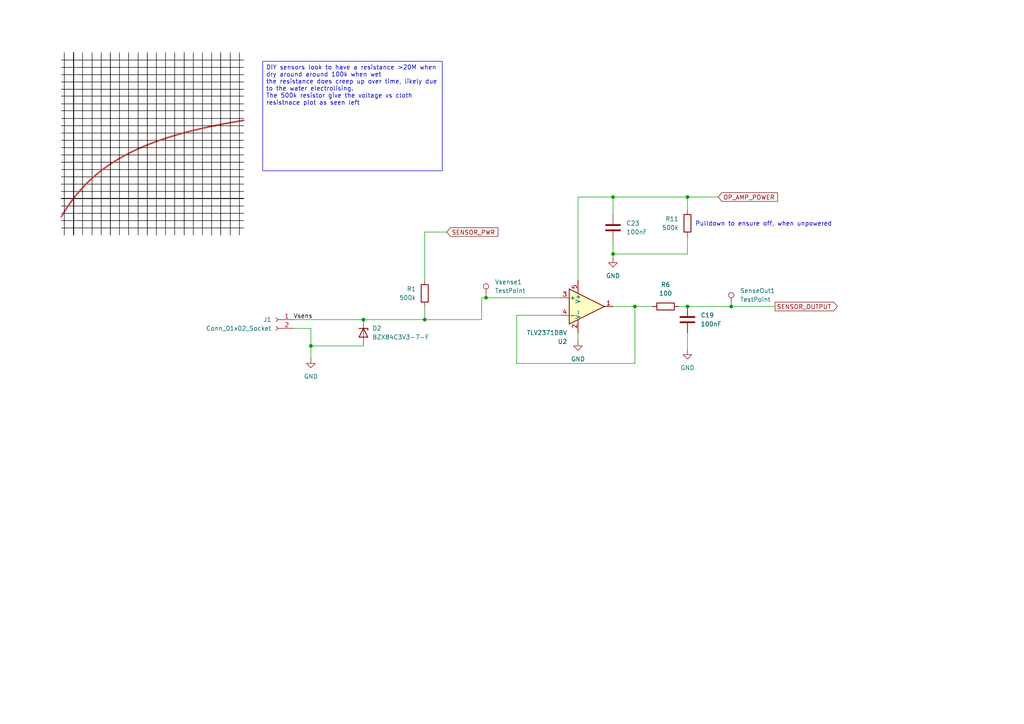
<source format=kicad_sch>
(kicad_sch (version 20250114) (generator "eeschema") (generator_version "9.0")
  (paper "A4")
  (title_block (title "WashingLineMonitor-P0001") (date "2025-09-14") (rev "AB") (company "Horatio Pistachio"))
  (lib_symbols
    (symbol "Amplifier_Operational:TLV2371DBV" (pin_names (offset 0.127))
      (property "Reference" "U" (at -1.27 6.35 0))
      (property "Value" "TLV2371DBV" (at -1.27 3.81 0))
      (symbol "TLV2371DBV_0_1"
        (polyline (pts (xy -5.08 5.08) (xy 5.08 0) (xy -5.08 -5.08) (xy -5.08 5.08)) (stroke (width 0.254)) (fill (type background)))
        (pin power_in line (at -2.54 7.62 270) (length 3.81) (name "V+") (number "5"))
        (pin power_in line (at -2.54 -7.62 90) (length 3.81) (name "V-") (number "2"))
      )
      (symbol "TLV2371DBV_1_1"
        (pin input line (at -7.62 2.54 0) (length 2.54) (name "+") (number "3"))
        (pin input line (at -7.62 -2.54 0) (length 2.54) (name "-") (number "4"))
        (pin output line (at 7.62 0 180) (length 2.54) (name "~") (number "1"))
      )
    )
    (symbol "Connector:Conn_01x02_Socket" (pin_names (offset 1.016) (hide yes))
      (property "Reference" "J" (at 0 2.54 0))
      (property "Value" "Conn_01x02_Socket" (at 0 -5.08 0))
      (symbol "Conn_01x02_Socket_1_1"
        (polyline (pts (xy -1.27 0) (xy -0.508 0)) (stroke (width 0.1524)))
        (polyline (pts (xy -1.27 -2.54) (xy -0.508 -2.54)) (stroke (width 0.1524)))
        (arc (start 0 -0.508) (mid -0.5058 0) (end 0 0.508) (stroke (width 0.1524)))
        (arc (start 0 -3.048) (mid -0.5058 -2.54) (end 0 -2.032) (stroke (width 0.1524)))
        (pin passive line (at -5.08 0 0) (length 3.81) (name "Pin_1") (number "1"))
        (pin passive line (at -5.08 -2.54 0) (length 3.81) (name "Pin_2") (number "2"))
      )
    )
    (symbol "Connector:TestPoint" (pin_numbers (hide yes)) (pin_names (offset 0.762) (hide yes))
      (property "Reference" "TP" (at 0 6.858 0))
      (property "Value" "TestPoint" (at 0 5.08 0))
      (symbol "TestPoint_0_1"
        (circle (center 0 3.302) (radius 0.762))
      )
      (symbol "TestPoint_1_1"
        (pin passive line (at 0 0 90) (length 2.54) (name "1") (number "1"))
      )
    )
    (symbol "Device:C" (pin_numbers (hide yes)) (pin_names (offset 0.254))
      (property "Reference" "C" (at 0.635 2.54 0))
      (property "Value" "C" (at 0.635 -2.54 0))
      (symbol "C_0_1"
        (polyline (pts (xy -2.032 0.762) (xy 2.032 0.762)) (stroke (width 0.508)))
        (polyline (pts (xy -2.032 -0.762) (xy 2.032 -0.762)) (stroke (width 0.508)))
      )
      (symbol "C_1_1"
        (pin passive line (at 0 3.81 270) (length 2.794) (name "~") (number "1"))
        (pin passive line (at 0 -3.81 90) (length 2.794) (name "~") (number "2"))
      )
    )
    (symbol "Device:R" (pin_numbers (hide yes)) (pin_names (offset 0))
      (property "Reference" "R" (at 2.032 0 90))
      (property "Value" "R" (at 0 0 90))
      (symbol "R_0_1"
        (rectangle (start -1.016 -2.54) (end 1.016 2.54) (stroke (width 0.254)))
      )
      (symbol "R_1_1"
        (pin passive line (at 0 3.81 270) (length 1.27) (name "~") (number "1"))
        (pin passive line (at 0 -3.81 90) (length 1.27) (name "~") (number "2"))
      )
    )
    (symbol "Diode:BZX84Cxx" (pin_numbers (hide yes)) (pin_names (hide yes))
      (property "Reference" "D" (at 0 3.81 0))
      (property "Value" "BZX84Cxx" (at 0 -3.81 0))
      (symbol "BZX84Cxx_0_1"
        (polyline (pts (xy -1.27 -1.27) (xy -1.27 1.27) (xy -0.762 1.27)) (stroke (width 0.254)))
        (polyline (pts (xy 1.27 0) (xy -1.27 0)))
        (polyline (pts (xy 1.27 -1.27) (xy 1.27 1.27) (xy -1.27 0) (xy 1.27 -1.27)) (stroke (width 0.254)))
      )
      (symbol "BZX84Cxx_1_1"
        (pin passive line (at -3.81 0 0) (length 2.54) (name "K") (number "3"))
        (pin no_connect line (at 1.27 0 180) (length 2.54) (hide yes) (name "NC") (number "2"))
        (pin passive line (at 3.81 0 180) (length 2.54) (name "A") (number "1"))
      )
    )
    (symbol "power:GND" (power) (pin_numbers (hide yes)) (pin_names (offset 0) (hide yes))
      (property "Value" "GND" (at 0 -3.81 0))
      (symbol "GND_0_1"
        (polyline (pts (xy 0 0) (xy 0 -1.27) (xy 1.27 -1.27) (xy 0 -2.54) (xy -1.27 -1.27) (xy 0 -1.27)))
      )
      (symbol "GND_1_1"
        (pin power_in line (at 0 0 270) (length 0) (name "~") (number "1"))
      )
    )
  )
  (polyline (pts (xy 70.6967 68.1567) (xy 17.78 68.1567) (xy 17.78 15.24) (xy 70.6967 15.24) (xy 70.6967 68.1567)) (stroke (width -0.0001) (type solid)) (fill (type color) (color 255 255 255 1)))
  (text "Pulldown to ensure off, when unpowered" (at 221.488 65.024 0) (effects (font (size 1.27 1.27))))
  (text_box "DIY sensors look to have a resistance >20M when dry around around 100k when wet\nthe resistance does creep up over time, likely due to the water electrolising.\nThe 500k resistor give the voltage vs cloth resistnace plot as seen left\n" (at 76.2 17.78 0) (size 52.07 31.75) (margins 0.9525 0.9525 0.9525 0.9525) (effects (font (size 1.27 1.27)) (justify left top)))
  (junction (at 199.39 88.9))
  (junction (at 212.09 88.9))
  (junction (at 140.97 86.36))
  (junction (at 184.15 88.9))
  (junction (at 177.8 57.15))
  (junction (at 177.8 73.66))
  (junction (at 199.39 57.15))
  (junction (at 123.19 92.71))
  (junction (at 90.17 100.33))
  (junction (at 105.41 92.71))
  (polyline (pts (xy 35.5309 45.4445) (xy 36.7711 44.7743)) (stroke (width 0.463) (type solid) (color 199 68 64 1)))
  (polyline (pts (xy 17.78 42.8228) (xy 70.6967 42.8228)) (stroke (width 0) (type solid) (color 0 0 0 0.2980392157)))
  (polyline (pts (xy 45.3628 15.24) (xy 45.3628 68.1567)) (stroke (width 0) (type solid) (color 0 0 0 0.2980392157)))
  (polyline (pts (xy 28.9034 49.8469) (xy 29.924 49.0614)) (stroke (width 0.463) (type solid) (color 199 68 64 1)))
  (polyline (pts (xy 17.78 40.7061) (xy 70.6967 40.7061)) (stroke (width 0) (type solid) (color 0 0 0 0.2980392157)))
  (polyline (pts (xy 38.0501 44.1232) (xy 39.3807 43.4853)) (stroke (width 0.463) (type solid) (color 199 68 64 1)))
  (polyline (pts (xy 17.78 36.4728) (xy 70.6967 36.4728)) (stroke (width 0) (type solid) (color 0 0 0 0.4274509804)))
  (wire (pts (xy 139.7 92.71) (xy 139.7 86.36)))
  (polyline (pts (xy 34.3294 46.1336) (xy 35.5309 45.4445)) (stroke (width 0.463) (type solid) (color 199 68 64 1)))
  (polyline (pts (xy 26.9396 51.4977) (xy 27.9086 50.6589)) (stroke (width 0.463) (type solid) (color 199 68 64 1)))
  (polyline (pts (xy 42.717 15.24) (xy 42.717 68.1567)) (stroke (width 0) (type solid) (color 0 0 0 0.2980392157)))
  (polyline (pts (xy 18.6399 15.24) (xy 18.6399 68.1567)) (stroke (width 0) (type solid) (color 0 0 0 0.2980392157)))
  (wire (pts (xy 123.19 67.31) (xy 129.54 67.31)))
  (polyline (pts (xy 17.78 49.1728) (xy 70.6967 49.1728)) (stroke (width 0) (type solid) (color 0 0 0 0.2980392157)))
  (wire (pts (xy 85.09 92.71) (xy 105.41 92.71)))
  (wire (pts (xy 167.64 57.15) (xy 177.8 57.15)))
  (polyline (pts (xy 32.0556 47.5588) (xy 33.1796 46.8333)) (stroke (width 0.463) (type solid) (color 199 68 64 1)))
  (polyline (pts (xy 17.78 47.0561) (xy 70.6967 47.0561)) (stroke (width 0) (type solid) (color 0 0 0 0.4274509804)))
  (polyline (pts (xy 63.0486 36.2819) (xy 65.5549 35.8004)) (stroke (width 0.463) (type solid) (color 199 68 64 1)))
  (wire (pts (xy 162.56 91.44) (xy 149.86 91.44)))
  (polyline (pts (xy 17.78 27.8739) (xy 70.6967 27.8739)) (stroke (width 0) (type solid) (color 0 0 0 0.2980392157)))
  (polyline (pts (xy 24.175 54.1933) (xy 25.0793 53.2578)) (stroke (width 0.463) (type solid) (color 199 68 64 1)))
  (polyline (pts (xy 17.78 59.7561) (xy 70.6967 59.7561)) (stroke (width 0) (type solid) (color 0 0 0 0.2980392157)))
  (polyline (pts (xy 34.6472 15.24) (xy 34.6472 68.1567)) (stroke (width 0) (type solid) (color 0 0 0 0.2980392157)))
  (polyline (pts (xy 45.2719 41.0634) (xy 46.8997 40.4904)) (stroke (width 0.463) (type solid) (color 199 68 64 1)))
  (polyline (pts (xy 53.4326 15.24) (xy 53.4326 68.1567)) (stroke (width 0) (type solid) (color 0 0 0 0.4274509804)))
  (polyline (pts (xy 48.605 39.9272) (xy 50.3878 39.3751)) (stroke (width 0.463) (type solid) (color 199 68 64 1)))
  (polyline (pts (xy 58.7243 15.24) (xy 58.7243 68.1567)) (stroke (width 0) (type solid) (color 0 0 0 0.2980392157)))
  (wire (pts (xy 140.97 86.36) (xy 162.56 86.36)))
  (polyline (pts (xy 29.924 49.0614) (xy 30.9704 48.3017)) (stroke (width 0.463) (type solid) (color 199 68 64 1)))
  (polyline (pts (xy 69.4399 15.24) (xy 69.4399 68.1567)) (stroke (width 0) (type solid) (color 0 0 0 0.2980392157)))
  (wire (pts (xy 123.19 92.71) (xy 139.7 92.71)))
  (polyline (pts (xy 17.78 23.7728) (xy 70.6967 23.7728)) (stroke (width 0) (type solid) (color 0 0 0 0.2980392157)))
  (polyline (pts (xy 53.4326 15.24) (xy 53.4326 68.1567)) (stroke (width 0) (type solid) (color 0 0 0 0.2980392157)))
  (wire (pts (xy 105.41 92.71) (xy 123.19 92.71)))
  (polyline (pts (xy 17.78 62.8906) (xy 18.4776 61.7156)) (stroke (width 0.463) (type solid) (color 199 68 64 1)))
  (wire (pts (xy 184.15 88.9) (xy 177.8 88.9)))
  (polyline (pts (xy 17.78 21.6561) (xy 70.6967 21.6561)) (stroke (width 0) (type solid) (color 0 0 0 0.2980392157)))
  (polyline (pts (xy 22.4309 56.1691) (xy 23.2965 55.1585)) (stroke (width 0.463) (type solid) (color 199 68 64 1)))
  (polyline (pts (xy 50.6545 15.24) (xy 50.6545 68.1567)) (stroke (width 0) (type solid) (color 0 0 0 0.2980392157)))
  (polyline (pts (xy 17.78 63.9895) (xy 70.6967 63.9895)) (stroke (width 0) (type solid) (color 0 0 0 0.2980392157)))
  (polyline (pts (xy 42.717 15.24) (xy 42.717 68.1567)) (stroke (width 0) (type solid) (color 0 0 0 0.4274509804)))
  (wire (pts (xy 177.8 73.66) (xy 199.39 73.66)))
  (wire (pts (xy 177.8 57.15) (xy 199.39 57.15)))
  (polyline (pts (xy 19.2011 60.5674) (xy 19.9633 59.4284)) (stroke (width 0.463) (type solid) (color 199 68 64 1)))
  (wire (pts (xy 177.8 57.15) (xy 177.8 62.23)))
  (polyline (pts (xy 52.2482 38.8355) (xy 54.199 38.3058)) (stroke (width 0.463) (type solid) (color 199 68 64 1)))
  (polyline (pts (xy 42.21 42.2474) (xy 43.7086 41.6495)) (stroke (width 0.463) (type solid) (color 199 68 64 1)))
  (polyline (pts (xy 17.78 25.8895) (xy 70.6967 25.8895)) (stroke (width 0) (type solid) (color 0 0 0 0.4274509804)))
  (polyline (pts (xy 17.78 17.4228) (xy 70.6967 17.4228)) (stroke (width 0) (type solid) (color 0 0 0 0.2980392157)))
  (polyline (pts (xy 37.293 15.24) (xy 37.293 68.1567)) (stroke (width 0) (type solid) (color 0 0 0 0.2980392157)))
  (polyline (pts (xy 17.78 38.5895) (xy 70.6967 38.5895)) (stroke (width 0) (type solid) (color 0 0 0 0.2980392157)))
  (polyline (pts (xy 21.5782 57.228) (xy 22.4309 56.1691)) (stroke (width 0.463) (type solid) (color 199 68 64 1)))
  (polyline (pts (xy 32.0014 15.24) (xy 32.0014 68.1567)) (stroke (width 0) (type solid) (color 0 0 0 0.4274509804)))
  (polyline (pts (xy 32.0014 15.24) (xy 32.0014 68.1567)) (stroke (width 0) (type solid) (color 0 0 0 0.2980392157)))
  (wire (pts (xy 184.15 88.9) (xy 189.23 88.9)))
  (wire (pts (xy 149.86 91.44) (xy 149.86 105.41)))
  (wire (pts (xy 199.39 57.15) (xy 199.39 60.96)))
  (polyline (pts (xy 30.9704 48.3017) (xy 32.0556 47.5588)) (stroke (width 0.463) (type solid) (color 199 68 64 1)))
  (polyline (pts (xy 39.3807 43.4853) (xy 40.7631 42.8615)) (stroke (width 0.463) (type solid) (color 199 68 64 1)))
  (polyline (pts (xy 27.9086 50.6589) (xy 28.9034 49.8469)) (stroke (width 0.463) (type solid) (color 199 68 64 1)))
  (polyline (pts (xy 58.4106 37.2726) (xy 60.6714 36.7723)) (stroke (width 0.463) (type solid) (color 199 68 64 1)))
  (wire (pts (xy 199.39 73.66) (xy 199.39 68.58)))
  (polyline (pts (xy 23.2965 55.1585) (xy 24.175 54.1933)) (stroke (width 0.463) (type solid) (color 199 68 64 1)))
  (polyline (pts (xy 40.0711 15.24) (xy 40.0711 68.1567)) (stroke (width 0) (type solid) (color 0 0 0 0.2980392157)))
  (polyline (pts (xy 17.78 19.5395) (xy 70.6967 19.5395)) (stroke (width 0) (type solid) (color 0 0 0 0.2980392157)))
  (polyline (pts (xy 68.1904 35.3295) (xy 70.6967 34.9119)) (stroke (width 0.463) (type solid) (color 199 68 64 1)))
  (polyline (pts (xy 46.8997 40.4904) (xy 48.605 39.9272)) (stroke (width 0.463) (type solid) (color 199 68 64 1)))
  (polyline (pts (xy 17.78 57.5733) (xy 70.6967 57.5733)) (stroke (width 0.2645) (type solid) (color 0 0 0 0.8980392157)))
  (polyline (pts (xy 66.7941 15.24) (xy 66.7941 68.1567)) (stroke (width 0) (type solid) (color 0 0 0 0.2980392157)))
  (polyline (pts (xy 17.78 34.3561) (xy 70.6967 34.3561)) (stroke (width 0) (type solid) (color 0 0 0 0.2980392157)))
  (polyline (pts (xy 50.3878 39.3751) (xy 52.2482 38.8355)) (stroke (width 0.463) (type solid) (color 199 68 64 1)))
  (polyline (pts (xy 43.7086 41.6495) (xy 45.2719 41.0634)) (stroke (width 0.463) (type solid) (color 199 68 64 1)))
  (polyline (pts (xy 17.78 36.4728) (xy 70.6967 36.4728)) (stroke (width 0) (type solid) (color 0 0 0 0.2980392157)))
  (polyline (pts (xy 17.78 53.4061) (xy 70.6967 53.4061)) (stroke (width 0) (type solid) (color 0 0 0 0.2980392157)))
  (polyline (pts (xy 17.78 25.8895) (xy 70.6967 25.8895)) (stroke (width 0) (type solid) (color 0 0 0 0.2980392157)))
  (polyline (pts (xy 23.9316 15.24) (xy 23.9316 68.1567)) (stroke (width 0) (type solid) (color 0 0 0 0.2980392157)))
  (polyline (pts (xy 17.78 44.9395) (xy 70.6967 44.9395)) (stroke (width 0) (type solid) (color 0 0 0 0.2980392157)))
  (wire (pts (xy 199.39 88.9) (xy 212.09 88.9)))
  (wire (pts (xy 199.39 57.15) (xy 208.28 57.15)))
  (polyline (pts (xy 65.5549 35.8004) (xy 68.1904 35.3295)) (stroke (width 0.463) (type solid) (color 199 68 64 1)))
  (wire (pts (xy 177.8 73.66) (xy 177.8 69.85)))
  (polyline (pts (xy 54.199 38.3058) (xy 56.2531 37.7842)) (stroke (width 0.463) (type solid) (color 199 68 64 1)))
  (wire (pts (xy 149.86 105.41) (xy 184.15 105.41)))
  (polyline (pts (xy 17.78 61.8728) (xy 70.6967 61.8728)) (stroke (width 0) (type solid) (color 0 0 0 0.2980392157)))
  (wire (pts (xy 139.7 86.36) (xy 140.97 86.36)))
  (wire (pts (xy 167.64 57.15) (xy 167.64 81.28)))
  (polyline (pts (xy 64.0159 15.24) (xy 64.0159 68.1567)) (stroke (width 0) (type solid) (color 0 0 0 0.4274509804)))
  (polyline (pts (xy 17.78 32.1072) (xy 70.6967 32.1072)) (stroke (width 0) (type solid) (color 0 0 0 0.2980392157)))
  (wire (pts (xy 196.85 88.9) (xy 199.39 88.9)))
  (polyline (pts (xy 17.78 30.1228) (xy 70.6967 30.1228)) (stroke (width 0) (type solid) (color 0 0 0 0.2980392157)))
  (polyline (pts (xy 40.7631 42.8615) (xy 42.21 42.2474)) (stroke (width 0.463) (type solid) (color 199 68 64 1)))
  (polyline (pts (xy 17.78 47.0561) (xy 70.6967 47.0561)) (stroke (width 0) (type solid) (color 0 0 0 0.2980392157)))
  (wire (pts (xy 123.19 92.71) (xy 123.19 88.9)))
  (polyline (pts (xy 21.3519 15.24) (xy 21.3519 68.1567)) (stroke (width 0.2645) (type solid) (color 0 0 0 0.8980392157)))
  (polyline (pts (xy 33.1796 46.8333) (xy 34.3294 46.1336)) (stroke (width 0.463) (type solid) (color 199 68 64 1)))
  (wire (pts (xy 184.15 105.41) (xy 184.15 88.9)))
  (polyline (pts (xy 64.0159 15.24) (xy 64.0159 68.1567)) (stroke (width 0) (type solid) (color 0 0 0 0.2980392157)))
  (wire (pts (xy 199.39 96.52) (xy 199.39 101.6)))
  (polyline (pts (xy 25.9966 52.3639) (xy 26.9396 51.4977)) (stroke (width 0.463) (type solid) (color 199 68 64 1)))
  (polyline (pts (xy 60.6714 36.7723) (xy 63.0486 36.2819)) (stroke (width 0.463) (type solid) (color 199 68 64 1)))
  (wire (pts (xy 85.09 95.25) (xy 90.17 95.25)))
  (polyline (pts (xy 61.3701 15.24) (xy 61.3701 68.1567)) (stroke (width 0) (type solid) (color 0 0 0 0.2980392157)))
  (wire (pts (xy 90.17 100.33) (xy 90.17 104.14)))
  (polyline (pts (xy 25.0793 53.2578) (xy 25.9966 52.3639)) (stroke (width 0.463) (type solid) (color 199 68 64 1)))
  (polyline (pts (xy 18.4776 61.7156) (xy 19.2011 60.5674)) (stroke (width 0.463) (type solid) (color 199 68 64 1)))
  (wire (pts (xy 177.8 73.66) (xy 177.8 74.93)))
  (polyline (pts (xy 56.2531 37.7842) (xy 58.4106 37.2726)) (stroke (width 0.463) (type solid) (color 199 68 64 1)))
  (polyline (pts (xy 26.7097 15.24) (xy 26.7097 68.1567)) (stroke (width 0) (type solid) (color 0 0 0 0.2980392157)))
  (polyline (pts (xy 17.78 55.5228) (xy 70.6967 55.5228)) (stroke (width 0) (type solid) (color 0 0 0 0.2980392157)))
  (wire (pts (xy 212.09 88.9) (xy 224.79 88.9)))
  (wire (pts (xy 90.17 95.25) (xy 90.17 100.33)))
  (polyline (pts (xy 29.3555 15.24) (xy 29.3555 68.1567)) (stroke (width 0) (type solid) (color 0 0 0 0.2980392157)))
  (polyline (pts (xy 48.0086 15.24) (xy 48.0086 68.1567)) (stroke (width 0) (type solid) (color 0 0 0 0.2980392157)))
  (wire (pts (xy 123.19 81.28) (xy 123.19 67.31)))
  (polyline (pts (xy 17.78 66.1061) (xy 70.6967 66.1061)) (stroke (width 0) (type solid) (color 0 0 0 0.2980392157)))
  (wire (pts (xy 167.64 96.52) (xy 167.64 99.06)))
  (polyline (pts (xy 19.9633 59.4284) (xy 20.7514 58.3207)) (stroke (width 0.463) (type solid) (color 199 68 64 1)))
  (polyline (pts (xy 17.78 51.2895) (xy 70.6967 51.2895)) (stroke (width 0) (type solid) (color 0 0 0 0.2980392157)))
  (polyline (pts (xy 56.0784 15.24) (xy 56.0784 68.1567)) (stroke (width 0) (type solid) (color 0 0 0 0.2980392157)))
  (polyline (pts (xy 36.7711 44.7743) (xy 38.0501 44.1232)) (stroke (width 0.463) (type solid) (color 199 68 64 1)))
  (wire (pts (xy 90.17 100.33) (xy 105.41 100.33)))
  (polyline (pts (xy 20.7514 58.3207) (xy 21.5782 57.228)) (stroke (width 0.463) (type solid) (color 199 68 64 1)))
  (label "Vsens" (at 85.09 92.71 0))
  (global_label "OP_AMP_POWER" (shape input) (at 208.28 57.15 0) (property "Intersheetrefs" "${INTERSHEET_REFS}" (effects (hide yes))))
  (global_label "SENSOR_PWR" (shape input) (at 129.54 67.31 0) (property "Intersheetrefs" "${INTERSHEET_REFS}" (effects (hide yes))))
  (global_label "SENSOR_OUTPUT" (shape output) (at 224.79 88.9 0) (property "Intersheetrefs" "${INTERSHEET_REFS}" (effects (hide yes))))
  (symbol (lib_id "Device:R") (at 193.04 88.9 90) (unit 1)
    (property "Reference" "R6" (at 193.04 82.55 90))
    (property "Value" "100" (at 193.04 85.09 90))
    (property "Footprint" "Resistor_SMD:R_0805_2012Metric_Pad1.20x1.40mm_HandSolder" (effects (hide yes)))
    (property "Description" "Resistor" (effects (hide yes)))
    (property "Supplier" "Digikey" (effects (hide yes)))
    (property "Supplier Part Number" "P100ACT-ND" (effects (hide yes)))
  )
  (symbol (lib_id "Diode:BZX84Cxx") (at 105.41 96.52 270) (unit 1)
    (property "Reference" "D2" (at 107.95 95.2499 90) (effects (justify left)))
    (property "Value" "BZX84C3V3-7-F" (at 107.95 97.7899 90) (effects (justify left)))
    (property "Footprint" "Package_TO_SOT_SMD:SOT-23" (effects (hide yes)))
    (property "Datasheet" "https://diotec.com/tl_files/diotec/files/pdf/datasheets/bzx84c2v4.pdf" (effects (hide yes)))
    (property "Description" "300mW Zener Diode, SOT-23" (effects (hide yes)))
    (property "Supplier" "Digikey" (effects (hide yes)))
    (property "Supplier Part Number" "BZX84C3V3-FDICT-ND" (effects (hide yes)))
  )
  (symbol (lib_id "Device:R") (at 123.19 85.09 0) (mirror x) (unit 1)
    (property "Reference" "R1" (at 120.65 83.8199 0) (effects (justify right)))
    (property "Value" "500k" (at 120.65 86.3599 0) (effects (justify right)))
    (property "Footprint" "Resistor_SMD:R_0805_2012Metric_Pad1.20x1.40mm_HandSolder" (effects (hide yes)))
    (property "Description" "Resistor" (effects (hide yes)))
    (property "Supplier Part Number" "738-RNCF0805BTE500KCT-ND" (effects (hide yes)))
    (property "Supplier" "Digikey" (effects (hide yes)))
  )
  (symbol (lib_id "Device:R") (at 199.39 64.77 0) (mirror x) (unit 1)
    (property "Reference" "R11" (at 196.85 63.4999 0) (effects (justify right)))
    (property "Value" "500k" (at 196.85 66.0399 0) (effects (justify right)))
    (property "Footprint" "Resistor_SMD:R_0805_2012Metric_Pad1.20x1.40mm_HandSolder" (effects (hide yes)))
    (property "Description" "Resistor" (effects (hide yes)))
    (property "Supplier Part Number" "738-RNCF0805BTE500KCT-ND" (effects (hide yes)))
    (property "Supplier" "Digikey" (effects (hide yes)))
  )
  (symbol (lib_id "Amplifier_Operational:TLV2371DBV") (at 170.18 88.9 0) (unit 1)
    (property "Reference" "U2" (at 164.5219 99.06 0) (effects (justify right)))
    (property "Value" "TLV2371DBV" (at 164.5219 96.52 0) (effects (justify right)))
    (property "Footprint" "Package_TO_SOT_SMD:SOT-23-5" (effects (hide yes)))
    (property "Datasheet" "http://www.ti.com/lit/ds/symlink/tlv2375.pdf" (effects (hide yes)))
    (property "Description" "Rail-to-Rail Input/Output Operational Amplifier, SOT-23-5" (effects (hide yes)))
    (property "Supplier Part Number" "296-13057-1-ND" (effects (hide yes)))
    (property "Supplier" "Digikey" (effects (hide yes)))
  )
  (symbol (lib_id "power:GND") (at 177.8 74.93 0) (mirror y) (unit 1)
    (property "Reference" "#PWR012" (effects (hide yes)))
    (property "Value" "GND" (at 177.8 80.01 0))
    (property "Description" "Power symbol creates a global label with name \"GND\" , ground" (effects (hide yes)))
  )
  (symbol (lib_id "power:GND") (at 199.39 101.6 0) (mirror y) (unit 1)
    (property "Reference" "#PWR011" (effects (hide yes)))
    (property "Value" "GND" (at 199.39 106.68 0))
    (property "Description" "Power symbol creates a global label with name \"GND\" , ground" (effects (hide yes)))
  )
  (symbol (lib_id "power:GND") (at 167.64 99.06 0) (mirror y) (unit 1)
    (property "Reference" "#PWR03" (effects (hide yes)))
    (property "Value" "GND" (at 167.64 104.14 0))
    (property "Description" "Power symbol creates a global label with name \"GND\" , ground" (effects (hide yes)))
  )
  (symbol (lib_id "Connector:TestPoint") (at 212.09 88.9 0) (unit 1)
    (property "Reference" "SenseOut1" (at 214.63 84.3279 0) (effects (justify left)))
    (property "Value" "TestPoint" (at 214.63 86.8679 0) (effects (justify left)))
    (property "Footprint" "TestPoint:TestPoint_Pad_D1.0mm" (effects (hide yes)))
    (property "Description" "test point" (effects (hide yes)))
  )
  (symbol (lib_id "power:GND") (at 90.17 104.14 0) (mirror y) (unit 1)
    (property "Reference" "#PWR01" (effects (hide yes)))
    (property "Value" "GND" (at 90.17 109.22 0))
    (property "Description" "Power symbol creates a global label with name \"GND\" , ground" (effects (hide yes)))
  )
  (symbol (lib_id "Device:C") (at 177.8 66.04 0) (unit 1)
    (property "Reference" "C23" (at 181.61 64.7699 0) (effects (justify left)))
    (property "Value" "100nF" (at 181.61 67.3099 0) (effects (justify left)))
    (property "Footprint" "Capacitor_SMD:C_0805_2012Metric_Pad1.18x1.45mm_HandSolder" (effects (hide yes)))
    (property "Description" "Unpolarized capacitor" (effects (hide yes)))
    (property "Supplier" "Digikey" (effects (hide yes)))
    (property "Supplier Part Number" "1276-1003-1-ND" (effects (hide yes)))
  )
  (symbol (lib_id "Device:C") (at 199.39 92.71 0) (unit 1)
    (property "Reference" "C19" (at 203.2 91.4399 0) (effects (justify left)))
    (property "Value" "100nF" (at 203.2 93.9799 0) (effects (justify left)))
    (property "Footprint" "Capacitor_SMD:C_0805_2012Metric_Pad1.18x1.45mm_HandSolder" (effects (hide yes)))
    (property "Description" "Unpolarized capacitor" (effects (hide yes)))
    (property "Supplier" "Digikey" (effects (hide yes)))
    (property "Supplier Part Number" "1276-1003-1-ND" (effects (hide yes)))
  )
  (symbol (lib_id "Connector:TestPoint") (at 140.97 86.36 0) (unit 1)
    (property "Reference" "Vsense1" (at 143.51 81.7879 0) (effects (justify left)))
    (property "Value" "TestPoint" (at 143.51 84.3279 0) (effects (justify left)))
    (property "Footprint" "TestPoint:TestPoint_Pad_D1.0mm" (effects (hide yes)))
    (property "Description" "test point" (effects (hide yes)))
  )
  (symbol (lib_id "Connector:Conn_01x02_Socket") (at 80.01 92.71 0) (mirror y) (unit 1)
    (property "Reference" "J1" (at 78.74 92.7099 0) (effects (justify left)))
    (property "Value" "Conn_01x02_Socket" (at 78.74 95.2499 0) (effects (justify left)))
    (property "Footprint" "Connector_Wire:SolderWire-0.1sqmm_1x02_P3.6mm_D0.4mm_OD1mm_Relief" (effects (hide yes)))
    (property "Description" "Generic connector, single row, 01x02, script generated" (effects (hide yes)))
  )
)
</source>
